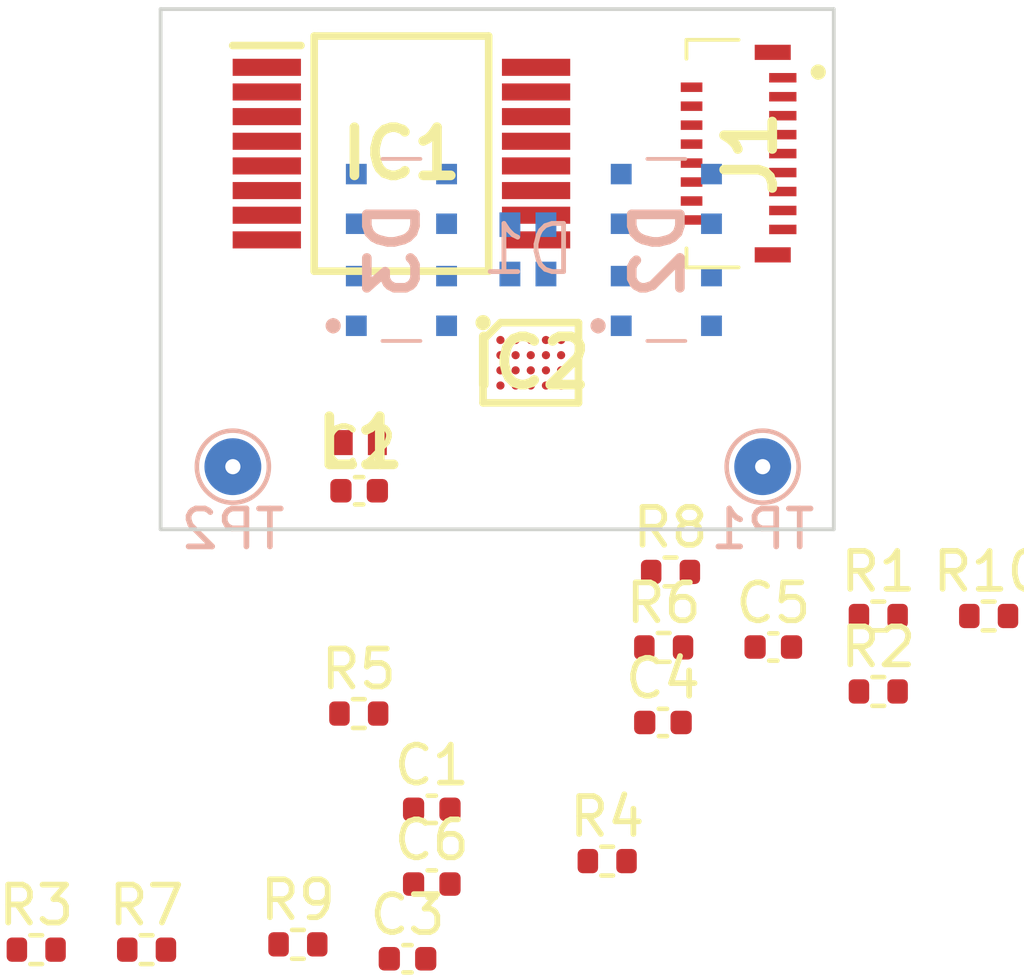
<source format=kicad_pcb>
(kicad_pcb (version 20171130) (host pcbnew "(5.1.8)-1")

  (general
    (thickness 1.6)
    (drawings 4)
    (tracks 2)
    (zones 0)
    (modules 25)
    (nets 32)
  )

  (page A4)
  (layers
    (0 F.Cu signal)
    (1 In1.Cu signal)
    (2 In2.Cu signal)
    (31 B.Cu signal)
    (32 B.Adhes user)
    (33 F.Adhes user)
    (34 B.Paste user)
    (35 F.Paste user)
    (36 B.SilkS user hide)
    (37 F.SilkS user hide)
    (38 B.Mask user)
    (39 F.Mask user)
    (40 Dwgs.User user)
    (41 Cmts.User user)
    (42 Eco1.User user)
    (43 Eco2.User user)
    (44 Edge.Cuts user)
    (45 Margin user hide)
    (46 B.CrtYd user hide)
    (47 F.CrtYd user hide)
    (48 B.Fab user hide)
    (49 F.Fab user hide)
  )

  (setup
    (last_trace_width 0.25)
    (trace_clearance 0.2)
    (zone_clearance 0.508)
    (zone_45_only no)
    (trace_min 0.2)
    (via_size 0.8)
    (via_drill 0.4)
    (via_min_size 0.4)
    (via_min_drill 0.3)
    (uvia_size 0.3)
    (uvia_drill 0.1)
    (uvias_allowed no)
    (uvia_min_size 0.2)
    (uvia_min_drill 0.1)
    (edge_width 0.05)
    (segment_width 0.2)
    (pcb_text_width 0.3)
    (pcb_text_size 1.5 1.5)
    (mod_edge_width 0.12)
    (mod_text_size 1 1)
    (mod_text_width 0.15)
    (pad_size 1.524 1.524)
    (pad_drill 0.762)
    (pad_to_mask_clearance 0)
    (aux_axis_origin 0 0)
    (visible_elements 7FFFFFFF)
    (pcbplotparams
      (layerselection 0x010fc_ffffffff)
      (usegerberextensions false)
      (usegerberattributes true)
      (usegerberadvancedattributes true)
      (creategerberjobfile true)
      (excludeedgelayer true)
      (linewidth 0.100000)
      (plotframeref false)
      (viasonmask false)
      (mode 1)
      (useauxorigin false)
      (hpglpennumber 1)
      (hpglpenspeed 20)
      (hpglpendiameter 15.000000)
      (psnegative false)
      (psa4output false)
      (plotreference true)
      (plotvalue true)
      (plotinvisibletext false)
      (padsonsilk false)
      (subtractmaskfromsilk false)
      (outputformat 1)
      (mirror false)
      (drillshape 1)
      (scaleselection 1)
      (outputdirectory ""))
  )

  (net 0 "")
  (net 1 GNDREF)
  (net 2 +3V3)
  (net 3 "Net-(C2-Pad1)")
  (net 4 "Net-(C3-Pad1)")
  (net 5 +1V8)
  (net 6 GNDS)
  (net 7 "Net-(D2-Pad1)")
  (net 8 "Net-(IC1-Pad1)")
  (net 9 "Net-(IC1-Pad2)")
  (net 10 "Net-(IC1-Pad3)")
  (net 11 "Net-(IC1-Pad4)")
  (net 12 "Net-(IC1-Pad6)")
  (net 13 "Net-(IC1-Pad7)")
  (net 14 "Net-(IC1-Pad8)")
  (net 15 /SDA)
  (net 16 /SCL)
  (net 17 /SCLK)
  (net 18 /SDO)
  (net 19 /SDI)
  (net 20 /CSB)
  (net 21 /INT)
  (net 22 "Net-(IC2-PadB3)")
  (net 23 "Net-(IC2-PadB4)")
  (net 24 "Net-(D1-Pad2)")
  (net 25 "Net-(D1-Pad3)")
  (net 26 "Net-(D1-Pad4)")
  (net 27 "Net-(D3-Pad1)")
  (net 28 "Net-(C4-Pad1)")
  (net 29 "Net-(J1-Pad11)")
  (net 30 "Net-(J1-Pad13)")
  (net 31 "Net-(C2-Pad2)")

  (net_class Default "This is the default net class."
    (clearance 0.2)
    (trace_width 0.25)
    (via_dia 0.8)
    (via_drill 0.4)
    (uvia_dia 0.3)
    (uvia_drill 0.1)
    (add_net +1V8)
    (add_net +3V3)
    (add_net /CSB)
    (add_net /INT)
    (add_net /SCL)
    (add_net /SCLK)
    (add_net /SDA)
    (add_net /SDI)
    (add_net /SDO)
    (add_net GNDREF)
    (add_net GNDS)
    (add_net "Net-(C2-Pad1)")
    (add_net "Net-(C2-Pad2)")
    (add_net "Net-(C3-Pad1)")
    (add_net "Net-(C4-Pad1)")
    (add_net "Net-(D1-Pad2)")
    (add_net "Net-(D1-Pad3)")
    (add_net "Net-(D1-Pad4)")
    (add_net "Net-(D2-Pad1)")
    (add_net "Net-(D3-Pad1)")
    (add_net "Net-(IC1-Pad1)")
    (add_net "Net-(IC1-Pad2)")
    (add_net "Net-(IC1-Pad3)")
    (add_net "Net-(IC1-Pad4)")
    (add_net "Net-(IC1-Pad6)")
    (add_net "Net-(IC1-Pad7)")
    (add_net "Net-(IC1-Pad8)")
    (add_net "Net-(IC2-PadB3)")
    (add_net "Net-(IC2-PadB4)")
    (add_net "Net-(J1-Pad11)")
    (add_net "Net-(J1-Pad13)")
  )

  (module Resistor_SMD:R_0402_1005Metric (layer F.Cu) (tedit 5F68FEEE) (tstamp 5FFF49AC)
    (at 153.278 87.122)
    (descr "Resistor SMD 0402 (1005 Metric), square (rectangular) end terminal, IPC_7351 nominal, (Body size source: IPC-SM-782 page 72, https://www.pcb-3d.com/wordpress/wp-content/uploads/ipc-sm-782a_amendment_1_and_2.pdf), generated with kicad-footprint-generator")
    (tags resistor)
    (path /600A0533)
    (attr smd)
    (fp_text reference R10 (at 0 -1.17) (layer F.SilkS)
      (effects (font (size 1 1) (thickness 0.15)))
    )
    (fp_text value 0 (at 0 1.17) (layer F.Fab)
      (effects (font (size 1 1) (thickness 0.15)))
    )
    (fp_line (start 0.93 0.47) (end -0.93 0.47) (layer F.CrtYd) (width 0.05))
    (fp_line (start 0.93 -0.47) (end 0.93 0.47) (layer F.CrtYd) (width 0.05))
    (fp_line (start -0.93 -0.47) (end 0.93 -0.47) (layer F.CrtYd) (width 0.05))
    (fp_line (start -0.93 0.47) (end -0.93 -0.47) (layer F.CrtYd) (width 0.05))
    (fp_line (start -0.153641 0.38) (end 0.153641 0.38) (layer F.SilkS) (width 0.12))
    (fp_line (start -0.153641 -0.38) (end 0.153641 -0.38) (layer F.SilkS) (width 0.12))
    (fp_line (start 0.525 0.27) (end -0.525 0.27) (layer F.Fab) (width 0.1))
    (fp_line (start 0.525 -0.27) (end 0.525 0.27) (layer F.Fab) (width 0.1))
    (fp_line (start -0.525 -0.27) (end 0.525 -0.27) (layer F.Fab) (width 0.1))
    (fp_line (start -0.525 0.27) (end -0.525 -0.27) (layer F.Fab) (width 0.1))
    (fp_text user %R (at 0 0) (layer F.Fab)
      (effects (font (size 0.26 0.26) (thickness 0.04)))
    )
    (pad 2 smd roundrect (at 0.51 0) (size 0.54 0.64) (layers F.Cu F.Paste F.Mask) (roundrect_rratio 0.25)
      (net 2 +3V3))
    (pad 1 smd roundrect (at -0.51 0) (size 0.54 0.64) (layers F.Cu F.Paste F.Mask) (roundrect_rratio 0.25)
      (net 28 "Net-(C4-Pad1)"))
    (model ${KISYS3DMOD}/Resistor_SMD.3dshapes/R_0402_1005Metric.wrl
      (at (xyz 0 0 0))
      (scale (xyz 1 1 1))
      (rotate (xyz 0 0 0))
    )
  )

  (module Resistor_SMD:R_0402_1005Metric (layer F.Cu) (tedit 5F68FEEE) (tstamp 5FFF491B)
    (at 150.368 89.112)
    (descr "Resistor SMD 0402 (1005 Metric), square (rectangular) end terminal, IPC_7351 nominal, (Body size source: IPC-SM-782 page 72, https://www.pcb-3d.com/wordpress/wp-content/uploads/ipc-sm-782a_amendment_1_and_2.pdf), generated with kicad-footprint-generator")
    (tags resistor)
    (path /6004B6CE)
    (attr smd)
    (fp_text reference R2 (at 0 -1.17) (layer F.SilkS)
      (effects (font (size 1 1) (thickness 0.15)))
    )
    (fp_text value 0 (at 0 1.17) (layer F.Fab)
      (effects (font (size 1 1) (thickness 0.15)))
    )
    (fp_line (start 0.93 0.47) (end -0.93 0.47) (layer F.CrtYd) (width 0.05))
    (fp_line (start 0.93 -0.47) (end 0.93 0.47) (layer F.CrtYd) (width 0.05))
    (fp_line (start -0.93 -0.47) (end 0.93 -0.47) (layer F.CrtYd) (width 0.05))
    (fp_line (start -0.93 0.47) (end -0.93 -0.47) (layer F.CrtYd) (width 0.05))
    (fp_line (start -0.153641 0.38) (end 0.153641 0.38) (layer F.SilkS) (width 0.12))
    (fp_line (start -0.153641 -0.38) (end 0.153641 -0.38) (layer F.SilkS) (width 0.12))
    (fp_line (start 0.525 0.27) (end -0.525 0.27) (layer F.Fab) (width 0.1))
    (fp_line (start 0.525 -0.27) (end 0.525 0.27) (layer F.Fab) (width 0.1))
    (fp_line (start -0.525 -0.27) (end 0.525 -0.27) (layer F.Fab) (width 0.1))
    (fp_line (start -0.525 0.27) (end -0.525 -0.27) (layer F.Fab) (width 0.1))
    (fp_text user %R (at 0 0) (layer F.Fab)
      (effects (font (size 0.26 0.26) (thickness 0.04)))
    )
    (pad 2 smd roundrect (at 0.51 0) (size 0.54 0.64) (layers F.Cu F.Paste F.Mask) (roundrect_rratio 0.25)
      (net 5 +1V8))
    (pad 1 smd roundrect (at -0.51 0) (size 0.54 0.64) (layers F.Cu F.Paste F.Mask) (roundrect_rratio 0.25)
      (net 29 "Net-(J1-Pad11)"))
    (model ${KISYS3DMOD}/Resistor_SMD.3dshapes/R_0402_1005Metric.wrl
      (at (xyz 0 0 0))
      (scale (xyz 1 1 1))
      (rotate (xyz 0 0 0))
    )
  )

  (module Resistor_SMD:R_0402_1005Metric (layer F.Cu) (tedit 5F68FEEE) (tstamp 5FFF490A)
    (at 150.368 87.122)
    (descr "Resistor SMD 0402 (1005 Metric), square (rectangular) end terminal, IPC_7351 nominal, (Body size source: IPC-SM-782 page 72, https://www.pcb-3d.com/wordpress/wp-content/uploads/ipc-sm-782a_amendment_1_and_2.pdf), generated with kicad-footprint-generator")
    (tags resistor)
    (path /6004118C)
    (attr smd)
    (fp_text reference R1 (at 0 -1.17) (layer F.SilkS)
      (effects (font (size 1 1) (thickness 0.15)))
    )
    (fp_text value 0 (at 0 1.17) (layer F.Fab)
      (effects (font (size 1 1) (thickness 0.15)))
    )
    (fp_line (start 0.93 0.47) (end -0.93 0.47) (layer F.CrtYd) (width 0.05))
    (fp_line (start 0.93 -0.47) (end 0.93 0.47) (layer F.CrtYd) (width 0.05))
    (fp_line (start -0.93 -0.47) (end 0.93 -0.47) (layer F.CrtYd) (width 0.05))
    (fp_line (start -0.93 0.47) (end -0.93 -0.47) (layer F.CrtYd) (width 0.05))
    (fp_line (start -0.153641 0.38) (end 0.153641 0.38) (layer F.SilkS) (width 0.12))
    (fp_line (start -0.153641 -0.38) (end 0.153641 -0.38) (layer F.SilkS) (width 0.12))
    (fp_line (start 0.525 0.27) (end -0.525 0.27) (layer F.Fab) (width 0.1))
    (fp_line (start 0.525 -0.27) (end 0.525 0.27) (layer F.Fab) (width 0.1))
    (fp_line (start -0.525 -0.27) (end 0.525 -0.27) (layer F.Fab) (width 0.1))
    (fp_line (start -0.525 0.27) (end -0.525 -0.27) (layer F.Fab) (width 0.1))
    (fp_text user %R (at 0 0) (layer F.Fab)
      (effects (font (size 0.26 0.26) (thickness 0.04)))
    )
    (pad 2 smd roundrect (at 0.51 0) (size 0.54 0.64) (layers F.Cu F.Paste F.Mask) (roundrect_rratio 0.25)
      (net 2 +3V3))
    (pad 1 smd roundrect (at -0.51 0) (size 0.54 0.64) (layers F.Cu F.Paste F.Mask) (roundrect_rratio 0.25)
      (net 30 "Net-(J1-Pad13)"))
    (model ${KISYS3DMOD}/Resistor_SMD.3dshapes/R_0402_1005Metric.wrl
      (at (xyz 0 0 0))
      (scale (xyz 1 1 1))
      (rotate (xyz 0 0 0))
    )
  )

  (module Horace:LQW15DN100M00D (layer F.Cu) (tedit 0) (tstamp 603FE282)
    (at 136.71 82.55)
    (descr "0402 (1005) T=0.6±0.1mm")
    (tags Inductor)
    (path /5FFBBE91)
    (attr smd)
    (fp_text reference L1 (at 0 0) (layer F.SilkS)
      (effects (font (size 1.27 1.27) (thickness 0.254)))
    )
    (fp_text value LQW15DN150M00D (at 0 0) (layer F.SilkS) hide
      (effects (font (size 1.27 1.27) (thickness 0.254)))
    )
    (fp_line (start -0.55 0.325) (end -0.55 -0.325) (layer F.Fab) (width 0.1))
    (fp_line (start 0.55 0.325) (end -0.55 0.325) (layer F.Fab) (width 0.1))
    (fp_line (start 0.55 -0.325) (end 0.55 0.325) (layer F.Fab) (width 0.1))
    (fp_line (start -0.55 -0.325) (end 0.55 -0.325) (layer F.Fab) (width 0.1))
    (fp_line (start -1.2 0.65) (end -1.2 -0.65) (layer F.CrtYd) (width 0.05))
    (fp_line (start 1.2 0.65) (end -1.2 0.65) (layer F.CrtYd) (width 0.05))
    (fp_line (start 1.2 -0.65) (end 1.2 0.65) (layer F.CrtYd) (width 0.05))
    (fp_line (start -1.2 -0.65) (end 1.2 -0.65) (layer F.CrtYd) (width 0.05))
    (fp_text user %R (at 0 0) (layer F.Fab)
      (effects (font (size 1.27 1.27) (thickness 0.254)))
    )
    (pad 2 smd rect (at 0.45 0) (size 0.5 0.66) (layers F.Cu F.Paste F.Mask)
      (net 31 "Net-(C2-Pad2)"))
    (pad 1 smd rect (at -0.45 0) (size 0.5 0.66) (layers F.Cu F.Paste F.Mask)
      (net 12 "Net-(IC1-Pad6)"))
    (model ${KIPRJMOD}/../lib/horace.3dshapes/LQW15DN150M00D.step
      (at (xyz 0 0 0))
      (scale (xyz 1 1 1))
      (rotate (xyz -90 0 0))
    )
  )

  (module Resistor_SMD:R_0402_1005Metric (layer F.Cu) (tedit 5F68FEEE) (tstamp 5FFD7FC5)
    (at 136.67036 89.694841)
    (descr "Resistor SMD 0402 (1005 Metric), square (rectangular) end terminal, IPC_7351 nominal, (Body size source: IPC-SM-782 page 72, https://www.pcb-3d.com/wordpress/wp-content/uploads/ipc-sm-782a_amendment_1_and_2.pdf), generated with kicad-footprint-generator")
    (tags resistor)
    (path /6009C5FC)
    (attr smd)
    (fp_text reference R5 (at 0 -1.17) (layer F.SilkS)
      (effects (font (size 1 1) (thickness 0.15)))
    )
    (fp_text value 0 (at 0 1.17) (layer F.Fab)
      (effects (font (size 1 1) (thickness 0.15)))
    )
    (fp_line (start 0.93 0.47) (end -0.93 0.47) (layer F.CrtYd) (width 0.05))
    (fp_line (start 0.93 -0.47) (end 0.93 0.47) (layer F.CrtYd) (width 0.05))
    (fp_line (start -0.93 -0.47) (end 0.93 -0.47) (layer F.CrtYd) (width 0.05))
    (fp_line (start -0.93 0.47) (end -0.93 -0.47) (layer F.CrtYd) (width 0.05))
    (fp_line (start -0.153641 0.38) (end 0.153641 0.38) (layer F.SilkS) (width 0.12))
    (fp_line (start -0.153641 -0.38) (end 0.153641 -0.38) (layer F.SilkS) (width 0.12))
    (fp_line (start 0.525 0.27) (end -0.525 0.27) (layer F.Fab) (width 0.1))
    (fp_line (start 0.525 -0.27) (end 0.525 0.27) (layer F.Fab) (width 0.1))
    (fp_line (start -0.525 -0.27) (end 0.525 -0.27) (layer F.Fab) (width 0.1))
    (fp_line (start -0.525 0.27) (end -0.525 -0.27) (layer F.Fab) (width 0.1))
    (fp_text user %R (at 0 0) (layer F.Fab)
      (effects (font (size 0.26 0.26) (thickness 0.04)))
    )
    (pad 2 smd roundrect (at 0.51 0) (size 0.54 0.64) (layers F.Cu F.Paste F.Mask) (roundrect_rratio 0.25)
      (net 1 GNDREF))
    (pad 1 smd roundrect (at -0.51 0) (size 0.54 0.64) (layers F.Cu F.Paste F.Mask) (roundrect_rratio 0.25)
      (net 6 GNDS))
    (model ${KISYS3DMOD}/Resistor_SMD.3dshapes/R_0402_1005Metric.wrl
      (at (xyz 0 0 0))
      (scale (xyz 1 1 1))
      (rotate (xyz 0 0 0))
    )
  )

  (module Horace:KRTB-EILQ51.3A (layer B.Cu) (tedit 5FFD5F2C) (tstamp 5FFD7E92)
    (at 141.13256 77.45984)
    (descr KRTB-EILQ51.3A)
    (tags LED)
    (path /5FFD3432)
    (attr smd)
    (fp_text reference D1 (at 0 0) (layer B.SilkS)
      (effects (font (size 1.27 1.27) (thickness 0.127)) (justify mirror))
    )
    (fp_text value KRTB-EILQ51.3A (at 0 0) (layer B.SilkS) hide
      (effects (font (size 1.27 1.27) (thickness 0.127)) (justify mirror))
    )
    (fp_line (start -0.80264 -0.80264) (end 0.80264 -0.80264) (layer B.Fab) (width 0.12))
    (fp_line (start -0.80264 0.80264) (end -0.80264 -0.80264) (layer B.Fab) (width 0.12))
    (fp_line (start 0.80264 -0.80264) (end 0.80264 0.80264) (layer B.Fab) (width 0.12))
    (fp_line (start -0.80264 0.80264) (end 0.80264 0.80264) (layer B.Fab) (width 0.1))
    (pad 1 smd rect (at -0.47752 -0.65532) (size 0.55 0.65) (layers B.Cu B.Paste B.Mask)
      (net 28 "Net-(C4-Pad1)"))
    (pad 2 smd rect (at 0.47244 -0.65532) (size 0.55 0.65) (layers B.Cu B.Paste B.Mask)
      (net 24 "Net-(D1-Pad2)"))
    (pad 3 smd rect (at 0.47244 0.64516) (size 0.55 0.65) (layers B.Cu B.Paste B.Mask)
      (net 25 "Net-(D1-Pad3)"))
    (pad 4 smd rect (at -0.47752 0.64516) (size 0.55 0.65) (layers B.Cu B.Paste B.Mask)
      (net 26 "Net-(D1-Pad4)"))
    (model ${KIPRJMOD}/../lib/horace.3dshapes/KRTB-EILQ51.3A.step
      (at (xyz 0 0 0))
      (scale (xyz 1 1 1))
      (rotate (xyz 0 0 0))
    )
  )

  (module Capacitor_SMD:C_0402_1005Metric (layer F.Cu) (tedit 5F68FEEE) (tstamp 5FFA9137)
    (at 138.595001 92.220001)
    (descr "Capacitor SMD 0402 (1005 Metric), square (rectangular) end terminal, IPC_7351 nominal, (Body size source: IPC-SM-782 page 76, https://www.pcb-3d.com/wordpress/wp-content/uploads/ipc-sm-782a_amendment_1_and_2.pdf), generated with kicad-footprint-generator")
    (tags capacitor)
    (path /6003CC67)
    (attr smd)
    (fp_text reference C1 (at 0 -1.16) (layer F.SilkS)
      (effects (font (size 1 1) (thickness 0.15)))
    )
    (fp_text value 10uF (at 0 1.16) (layer F.Fab)
      (effects (font (size 1 1) (thickness 0.15)))
    )
    (fp_line (start -0.5 0.25) (end -0.5 -0.25) (layer F.Fab) (width 0.1))
    (fp_line (start -0.5 -0.25) (end 0.5 -0.25) (layer F.Fab) (width 0.1))
    (fp_line (start 0.5 -0.25) (end 0.5 0.25) (layer F.Fab) (width 0.1))
    (fp_line (start 0.5 0.25) (end -0.5 0.25) (layer F.Fab) (width 0.1))
    (fp_line (start -0.107836 -0.36) (end 0.107836 -0.36) (layer F.SilkS) (width 0.12))
    (fp_line (start -0.107836 0.36) (end 0.107836 0.36) (layer F.SilkS) (width 0.12))
    (fp_line (start -0.91 0.46) (end -0.91 -0.46) (layer F.CrtYd) (width 0.05))
    (fp_line (start -0.91 -0.46) (end 0.91 -0.46) (layer F.CrtYd) (width 0.05))
    (fp_line (start 0.91 -0.46) (end 0.91 0.46) (layer F.CrtYd) (width 0.05))
    (fp_line (start 0.91 0.46) (end -0.91 0.46) (layer F.CrtYd) (width 0.05))
    (fp_text user %R (at 0 0) (layer F.Fab)
      (effects (font (size 0.25 0.25) (thickness 0.04)))
    )
    (pad 2 smd roundrect (at 0.48 0) (size 0.56 0.62) (layers F.Cu F.Paste F.Mask) (roundrect_rratio 0.25)
      (net 1 GNDREF))
    (pad 1 smd roundrect (at -0.48 0) (size 0.56 0.62) (layers F.Cu F.Paste F.Mask) (roundrect_rratio 0.25)
      (net 2 +3V3))
    (model ${KISYS3DMOD}/Capacitor_SMD.3dshapes/C_0402_1005Metric.wrl
      (at (xyz 0 0 0))
      (scale (xyz 1 1 1))
      (rotate (xyz 0 0 0))
    )
  )

  (module Capacitor_SMD:C_0402_1005Metric (layer F.Cu) (tedit 5F68FEEE) (tstamp 5FFA9148)
    (at 137.955001 96.160001)
    (descr "Capacitor SMD 0402 (1005 Metric), square (rectangular) end terminal, IPC_7351 nominal, (Body size source: IPC-SM-782 page 76, https://www.pcb-3d.com/wordpress/wp-content/uploads/ipc-sm-782a_amendment_1_and_2.pdf), generated with kicad-footprint-generator")
    (tags capacitor)
    (path /5FE9E2A4)
    (attr smd)
    (fp_text reference C3 (at 0 -1.16) (layer F.SilkS)
      (effects (font (size 1 1) (thickness 0.15)))
    )
    (fp_text value 1uF (at 0 1.16) (layer F.Fab)
      (effects (font (size 1 1) (thickness 0.15)))
    )
    (fp_line (start -0.5 0.25) (end -0.5 -0.25) (layer F.Fab) (width 0.1))
    (fp_line (start -0.5 -0.25) (end 0.5 -0.25) (layer F.Fab) (width 0.1))
    (fp_line (start 0.5 -0.25) (end 0.5 0.25) (layer F.Fab) (width 0.1))
    (fp_line (start 0.5 0.25) (end -0.5 0.25) (layer F.Fab) (width 0.1))
    (fp_line (start -0.107836 -0.36) (end 0.107836 -0.36) (layer F.SilkS) (width 0.12))
    (fp_line (start -0.107836 0.36) (end 0.107836 0.36) (layer F.SilkS) (width 0.12))
    (fp_line (start -0.91 0.46) (end -0.91 -0.46) (layer F.CrtYd) (width 0.05))
    (fp_line (start -0.91 -0.46) (end 0.91 -0.46) (layer F.CrtYd) (width 0.05))
    (fp_line (start 0.91 -0.46) (end 0.91 0.46) (layer F.CrtYd) (width 0.05))
    (fp_line (start 0.91 0.46) (end -0.91 0.46) (layer F.CrtYd) (width 0.05))
    (fp_text user %R (at 0 0) (layer F.Fab)
      (effects (font (size 0.25 0.25) (thickness 0.04)))
    )
    (pad 2 smd roundrect (at 0.48 0) (size 0.56 0.62) (layers F.Cu F.Paste F.Mask) (roundrect_rratio 0.25)
      (net 1 GNDREF))
    (pad 1 smd roundrect (at -0.48 0) (size 0.56 0.62) (layers F.Cu F.Paste F.Mask) (roundrect_rratio 0.25)
      (net 4 "Net-(C3-Pad1)"))
    (model ${KISYS3DMOD}/Capacitor_SMD.3dshapes/C_0402_1005Metric.wrl
      (at (xyz 0 0 0))
      (scale (xyz 1 1 1))
      (rotate (xyz 0 0 0))
    )
  )

  (module Capacitor_SMD:C_0402_1005Metric (layer F.Cu) (tedit 5F68FEEE) (tstamp 5FFA9159)
    (at 136.68 83.82)
    (descr "Capacitor SMD 0402 (1005 Metric), square (rectangular) end terminal, IPC_7351 nominal, (Body size source: IPC-SM-782 page 76, https://www.pcb-3d.com/wordpress/wp-content/uploads/ipc-sm-782a_amendment_1_and_2.pdf), generated with kicad-footprint-generator")
    (tags capacitor)
    (path /6002A88D)
    (attr smd)
    (fp_text reference C2 (at 0 -1.16) (layer F.SilkS)
      (effects (font (size 1 1) (thickness 0.15)))
    )
    (fp_text value 10pF (at 0 1.16) (layer F.Fab)
      (effects (font (size 1 1) (thickness 0.15)))
    )
    (fp_line (start 0.91 0.46) (end -0.91 0.46) (layer F.CrtYd) (width 0.05))
    (fp_line (start 0.91 -0.46) (end 0.91 0.46) (layer F.CrtYd) (width 0.05))
    (fp_line (start -0.91 -0.46) (end 0.91 -0.46) (layer F.CrtYd) (width 0.05))
    (fp_line (start -0.91 0.46) (end -0.91 -0.46) (layer F.CrtYd) (width 0.05))
    (fp_line (start -0.107836 0.36) (end 0.107836 0.36) (layer F.SilkS) (width 0.12))
    (fp_line (start -0.107836 -0.36) (end 0.107836 -0.36) (layer F.SilkS) (width 0.12))
    (fp_line (start 0.5 0.25) (end -0.5 0.25) (layer F.Fab) (width 0.1))
    (fp_line (start 0.5 -0.25) (end 0.5 0.25) (layer F.Fab) (width 0.1))
    (fp_line (start -0.5 -0.25) (end 0.5 -0.25) (layer F.Fab) (width 0.1))
    (fp_line (start -0.5 0.25) (end -0.5 -0.25) (layer F.Fab) (width 0.1))
    (fp_text user %R (at 0 0) (layer F.Fab)
      (effects (font (size 0.25 0.25) (thickness 0.04)))
    )
    (pad 1 smd roundrect (at -0.48 0) (size 0.56 0.62) (layers F.Cu F.Paste F.Mask) (roundrect_rratio 0.25)
      (net 3 "Net-(C2-Pad1)"))
    (pad 2 smd roundrect (at 0.48 0) (size 0.56 0.62) (layers F.Cu F.Paste F.Mask) (roundrect_rratio 0.25)
      (net 31 "Net-(C2-Pad2)"))
    (model ${KISYS3DMOD}/Capacitor_SMD.3dshapes/C_0402_1005Metric.wrl
      (at (xyz 0 0 0))
      (scale (xyz 1 1 1))
      (rotate (xyz 0 0 0))
    )
  )

  (module Capacitor_SMD:C_0402_1005Metric (layer F.Cu) (tedit 5F68FEEE) (tstamp 603FE207)
    (at 144.690001 89.930001)
    (descr "Capacitor SMD 0402 (1005 Metric), square (rectangular) end terminal, IPC_7351 nominal, (Body size source: IPC-SM-782 page 76, https://www.pcb-3d.com/wordpress/wp-content/uploads/ipc-sm-782a_amendment_1_and_2.pdf), generated with kicad-footprint-generator")
    (tags capacitor)
    (path /5FE92BA5)
    (attr smd)
    (fp_text reference C4 (at 0 -1.16) (layer F.SilkS)
      (effects (font (size 1 1) (thickness 0.15)))
    )
    (fp_text value 22uF (at 0 1.16) (layer F.Fab)
      (effects (font (size 1 1) (thickness 0.15)))
    )
    (fp_line (start 0.91 0.46) (end -0.91 0.46) (layer F.CrtYd) (width 0.05))
    (fp_line (start 0.91 -0.46) (end 0.91 0.46) (layer F.CrtYd) (width 0.05))
    (fp_line (start -0.91 -0.46) (end 0.91 -0.46) (layer F.CrtYd) (width 0.05))
    (fp_line (start -0.91 0.46) (end -0.91 -0.46) (layer F.CrtYd) (width 0.05))
    (fp_line (start -0.107836 0.36) (end 0.107836 0.36) (layer F.SilkS) (width 0.12))
    (fp_line (start -0.107836 -0.36) (end 0.107836 -0.36) (layer F.SilkS) (width 0.12))
    (fp_line (start 0.5 0.25) (end -0.5 0.25) (layer F.Fab) (width 0.1))
    (fp_line (start 0.5 -0.25) (end 0.5 0.25) (layer F.Fab) (width 0.1))
    (fp_line (start -0.5 -0.25) (end 0.5 -0.25) (layer F.Fab) (width 0.1))
    (fp_line (start -0.5 0.25) (end -0.5 -0.25) (layer F.Fab) (width 0.1))
    (fp_text user %R (at 0 0) (layer F.Fab)
      (effects (font (size 0.25 0.25) (thickness 0.04)))
    )
    (pad 1 smd roundrect (at -0.48 0) (size 0.56 0.62) (layers F.Cu F.Paste F.Mask) (roundrect_rratio 0.25)
      (net 28 "Net-(C4-Pad1)"))
    (pad 2 smd roundrect (at 0.48 0) (size 0.56 0.62) (layers F.Cu F.Paste F.Mask) (roundrect_rratio 0.25)
      (net 1 GNDREF))
    (model ${KISYS3DMOD}/Capacitor_SMD.3dshapes/C_0402_1005Metric.wrl
      (at (xyz 0 0 0))
      (scale (xyz 1 1 1))
      (rotate (xyz 0 0 0))
    )
  )

  (module Capacitor_SMD:C_0402_1005Metric (layer F.Cu) (tedit 5F68FEEE) (tstamp 603FE237)
    (at 147.600001 87.940001)
    (descr "Capacitor SMD 0402 (1005 Metric), square (rectangular) end terminal, IPC_7351 nominal, (Body size source: IPC-SM-782 page 76, https://www.pcb-3d.com/wordpress/wp-content/uploads/ipc-sm-782a_amendment_1_and_2.pdf), generated with kicad-footprint-generator")
    (tags capacitor)
    (path /5FEDFE7E)
    (attr smd)
    (fp_text reference C5 (at 0 -1.16) (layer F.SilkS)
      (effects (font (size 1 1) (thickness 0.15)))
    )
    (fp_text value 0.1uF (at 0 1.16) (layer F.Fab)
      (effects (font (size 1 1) (thickness 0.15)))
    )
    (fp_line (start -0.5 0.25) (end -0.5 -0.25) (layer F.Fab) (width 0.1))
    (fp_line (start -0.5 -0.25) (end 0.5 -0.25) (layer F.Fab) (width 0.1))
    (fp_line (start 0.5 -0.25) (end 0.5 0.25) (layer F.Fab) (width 0.1))
    (fp_line (start 0.5 0.25) (end -0.5 0.25) (layer F.Fab) (width 0.1))
    (fp_line (start -0.107836 -0.36) (end 0.107836 -0.36) (layer F.SilkS) (width 0.12))
    (fp_line (start -0.107836 0.36) (end 0.107836 0.36) (layer F.SilkS) (width 0.12))
    (fp_line (start -0.91 0.46) (end -0.91 -0.46) (layer F.CrtYd) (width 0.05))
    (fp_line (start -0.91 -0.46) (end 0.91 -0.46) (layer F.CrtYd) (width 0.05))
    (fp_line (start 0.91 -0.46) (end 0.91 0.46) (layer F.CrtYd) (width 0.05))
    (fp_line (start 0.91 0.46) (end -0.91 0.46) (layer F.CrtYd) (width 0.05))
    (fp_text user %R (at 0 0) (layer F.Fab)
      (effects (font (size 0.25 0.25) (thickness 0.04)))
    )
    (pad 2 smd roundrect (at 0.48 0) (size 0.56 0.62) (layers F.Cu F.Paste F.Mask) (roundrect_rratio 0.25)
      (net 1 GNDREF))
    (pad 1 smd roundrect (at -0.48 0) (size 0.56 0.62) (layers F.Cu F.Paste F.Mask) (roundrect_rratio 0.25)
      (net 5 +1V8))
    (model ${KISYS3DMOD}/Capacitor_SMD.3dshapes/C_0402_1005Metric.wrl
      (at (xyz 0 0 0))
      (scale (xyz 1 1 1))
      (rotate (xyz 0 0 0))
    )
  )

  (module Capacitor_SMD:C_0402_1005Metric (layer F.Cu) (tedit 5F68FEEE) (tstamp 5FFA918C)
    (at 138.595001 94.190001)
    (descr "Capacitor SMD 0402 (1005 Metric), square (rectangular) end terminal, IPC_7351 nominal, (Body size source: IPC-SM-782 page 76, https://www.pcb-3d.com/wordpress/wp-content/uploads/ipc-sm-782a_amendment_1_and_2.pdf), generated with kicad-footprint-generator")
    (tags capacitor)
    (path /5FE74C6F)
    (attr smd)
    (fp_text reference C6 (at 0 -1.16) (layer F.SilkS)
      (effects (font (size 1 1) (thickness 0.15)))
    )
    (fp_text value 10uF (at 0 1.16) (layer F.Fab)
      (effects (font (size 1 1) (thickness 0.15)))
    )
    (fp_line (start 0.91 0.46) (end -0.91 0.46) (layer F.CrtYd) (width 0.05))
    (fp_line (start 0.91 -0.46) (end 0.91 0.46) (layer F.CrtYd) (width 0.05))
    (fp_line (start -0.91 -0.46) (end 0.91 -0.46) (layer F.CrtYd) (width 0.05))
    (fp_line (start -0.91 0.46) (end -0.91 -0.46) (layer F.CrtYd) (width 0.05))
    (fp_line (start -0.107836 0.36) (end 0.107836 0.36) (layer F.SilkS) (width 0.12))
    (fp_line (start -0.107836 -0.36) (end 0.107836 -0.36) (layer F.SilkS) (width 0.12))
    (fp_line (start 0.5 0.25) (end -0.5 0.25) (layer F.Fab) (width 0.1))
    (fp_line (start 0.5 -0.25) (end 0.5 0.25) (layer F.Fab) (width 0.1))
    (fp_line (start -0.5 -0.25) (end 0.5 -0.25) (layer F.Fab) (width 0.1))
    (fp_line (start -0.5 0.25) (end -0.5 -0.25) (layer F.Fab) (width 0.1))
    (fp_text user %R (at 0 0) (layer F.Fab)
      (effects (font (size 0.25 0.25) (thickness 0.04)))
    )
    (pad 1 smd roundrect (at -0.48 0) (size 0.56 0.62) (layers F.Cu F.Paste F.Mask) (roundrect_rratio 0.25)
      (net 5 +1V8))
    (pad 2 smd roundrect (at 0.48 0) (size 0.56 0.62) (layers F.Cu F.Paste F.Mask) (roundrect_rratio 0.25)
      (net 1 GNDREF))
    (model ${KISYS3DMOD}/Capacitor_SMD.3dshapes/C_0402_1005Metric.wrl
      (at (xyz 0 0 0))
      (scale (xyz 1 1 1))
      (rotate (xyz 0 0 0))
    )
  )

  (module VEMD8080 (layer B.Cu) (tedit 0) (tstamp 5FFA91A7)
    (at 144.78 77.47 90)
    (descr VEMD8080-2)
    (tags Diode)
    (path /5FFB4888)
    (attr smd)
    (fp_text reference D2 (at 0 -0.217 90) (layer B.SilkS)
      (effects (font (size 1.27 1.27) (thickness 0.254)) (justify mirror))
    )
    (fp_text value VEMD8080 (at 0 -0.217 90) (layer B.SilkS) hide
      (effects (font (size 1.27 1.27) (thickness 0.254)) (justify mirror))
    )
    (fp_line (start -1.9 -1.8) (end -1.9 -1.8) (layer B.SilkS) (width 0.2))
    (fp_line (start -2.1 -1.8) (end -2.1 -1.8) (layer B.SilkS) (width 0.2))
    (fp_line (start 2.4 0.5) (end 2.4 -0.5) (layer B.SilkS) (width 0.1))
    (fp_line (start -2.4 0.5) (end -2.4 -0.5) (layer B.SilkS) (width 0.1))
    (fp_line (start -2.9 -2.4) (end -2.9 1.965) (layer B.CrtYd) (width 0.1))
    (fp_line (start 2.9 -2.4) (end -2.9 -2.4) (layer B.CrtYd) (width 0.1))
    (fp_line (start 2.9 1.965) (end 2.9 -2.4) (layer B.CrtYd) (width 0.1))
    (fp_line (start -2.9 1.965) (end 2.9 1.965) (layer B.CrtYd) (width 0.1))
    (fp_line (start -2.4 -1.25) (end -2.4 1.25) (layer B.Fab) (width 0.2))
    (fp_line (start 2.4 -1.25) (end -2.4 -1.25) (layer B.Fab) (width 0.2))
    (fp_line (start 2.4 1.25) (end 2.4 -1.25) (layer B.Fab) (width 0.2))
    (fp_line (start -2.4 1.25) (end 2.4 1.25) (layer B.Fab) (width 0.2))
    (fp_text user %R (at 0 -0.217 90) (layer B.Fab)
      (effects (font (size 1.27 1.27) (thickness 0.254)) (justify mirror))
    )
    (fp_arc (start -2 -1.8) (end -2.1 -1.8) (angle -180) (layer B.SilkS) (width 0.2))
    (fp_arc (start -2 -1.8) (end -1.9 -1.8) (angle -180) (layer B.SilkS) (width 0.2))
    (pad 1 smd rect (at -2 -1.19 90) (size 0.54 0.55) (layers B.Cu B.Paste B.Mask)
      (net 7 "Net-(D2-Pad1)"))
    (pad 2 smd rect (at -0.69 -1.19 90) (size 0.54 0.55) (layers B.Cu B.Paste B.Mask)
      (net 7 "Net-(D2-Pad1)"))
    (pad 3 smd rect (at 0.69 -1.19 90) (size 0.54 0.55) (layers B.Cu B.Paste B.Mask)
      (net 7 "Net-(D2-Pad1)"))
    (pad 4 smd rect (at 2 -1.19 90) (size 0.54 0.55) (layers B.Cu B.Paste B.Mask)
      (net 7 "Net-(D2-Pad1)"))
    (pad 5 smd rect (at 2 1.19 90) (size 0.54 0.55) (layers B.Cu B.Paste B.Mask)
      (net 6 GNDS))
    (pad 6 smd rect (at 0.69 1.19 90) (size 0.54 0.55) (layers B.Cu B.Paste B.Mask)
      (net 7 "Net-(D2-Pad1)"))
    (pad 7 smd rect (at -0.69 1.19 90) (size 0.54 0.55) (layers B.Cu B.Paste B.Mask)
      (net 7 "Net-(D2-Pad1)"))
    (pad 8 smd rect (at -2 1.19 90) (size 0.54 0.55) (layers B.Cu B.Paste B.Mask)
      (net 7 "Net-(D2-Pad1)"))
    (model ${KIPRJMOD}/../lib/horace.3dshapes/VEMD8080.stp
      (at (xyz 0 0 0))
      (scale (xyz 1 1 1))
      (rotate (xyz 0 0 0))
    )
  )

  (module VEMD8080 (layer B.Cu) (tedit 0) (tstamp 5FFA91C2)
    (at 137.795 77.47 90)
    (descr VEMD8080-2)
    (tags Diode)
    (path /600593BC)
    (attr smd)
    (fp_text reference D3 (at 0 -0.217 90) (layer B.SilkS)
      (effects (font (size 1.27 1.27) (thickness 0.254)) (justify mirror))
    )
    (fp_text value VEMD8080 (at 0 -0.217 90) (layer B.SilkS) hide
      (effects (font (size 1.27 1.27) (thickness 0.254)) (justify mirror))
    )
    (fp_line (start -2.4 1.25) (end 2.4 1.25) (layer B.Fab) (width 0.2))
    (fp_line (start 2.4 1.25) (end 2.4 -1.25) (layer B.Fab) (width 0.2))
    (fp_line (start 2.4 -1.25) (end -2.4 -1.25) (layer B.Fab) (width 0.2))
    (fp_line (start -2.4 -1.25) (end -2.4 1.25) (layer B.Fab) (width 0.2))
    (fp_line (start -2.9 1.965) (end 2.9 1.965) (layer B.CrtYd) (width 0.1))
    (fp_line (start 2.9 1.965) (end 2.9 -2.4) (layer B.CrtYd) (width 0.1))
    (fp_line (start 2.9 -2.4) (end -2.9 -2.4) (layer B.CrtYd) (width 0.1))
    (fp_line (start -2.9 -2.4) (end -2.9 1.965) (layer B.CrtYd) (width 0.1))
    (fp_line (start -2.4 0.5) (end -2.4 -0.5) (layer B.SilkS) (width 0.1))
    (fp_line (start 2.4 0.5) (end 2.4 -0.5) (layer B.SilkS) (width 0.1))
    (fp_line (start -2.1 -1.8) (end -2.1 -1.8) (layer B.SilkS) (width 0.2))
    (fp_line (start -1.9 -1.8) (end -1.9 -1.8) (layer B.SilkS) (width 0.2))
    (fp_arc (start -2 -1.8) (end -1.9 -1.8) (angle -180) (layer B.SilkS) (width 0.2))
    (fp_arc (start -2 -1.8) (end -2.1 -1.8) (angle -180) (layer B.SilkS) (width 0.2))
    (fp_text user %R (at 0 -0.217 90) (layer B.Fab)
      (effects (font (size 1.27 1.27) (thickness 0.254)) (justify mirror))
    )
    (pad 8 smd rect (at -2 1.19 90) (size 0.54 0.55) (layers B.Cu B.Paste B.Mask)
      (net 27 "Net-(D3-Pad1)"))
    (pad 7 smd rect (at -0.69 1.19 90) (size 0.54 0.55) (layers B.Cu B.Paste B.Mask)
      (net 27 "Net-(D3-Pad1)"))
    (pad 6 smd rect (at 0.69 1.19 90) (size 0.54 0.55) (layers B.Cu B.Paste B.Mask)
      (net 27 "Net-(D3-Pad1)"))
    (pad 5 smd rect (at 2 1.19 90) (size 0.54 0.55) (layers B.Cu B.Paste B.Mask)
      (net 6 GNDS))
    (pad 4 smd rect (at 2 -1.19 90) (size 0.54 0.55) (layers B.Cu B.Paste B.Mask)
      (net 27 "Net-(D3-Pad1)"))
    (pad 3 smd rect (at 0.69 -1.19 90) (size 0.54 0.55) (layers B.Cu B.Paste B.Mask)
      (net 27 "Net-(D3-Pad1)"))
    (pad 2 smd rect (at -0.69 -1.19 90) (size 0.54 0.55) (layers B.Cu B.Paste B.Mask)
      (net 27 "Net-(D3-Pad1)"))
    (pad 1 smd rect (at -2 -1.19 90) (size 0.54 0.55) (layers B.Cu B.Paste B.Mask)
      (net 27 "Net-(D3-Pad1)"))
    (model ${KIPRJMOD}/../lib/horace.3dshapes/VEMD8080.stp
      (at (xyz 0 0 0))
      (scale (xyz 1 1 1))
      (rotate (xyz 0 0 0))
    )
  )

  (module SOP65P780X200-16N (layer F.Cu) (tedit 0) (tstamp 5FFA91E5)
    (at 137.795 74.93)
    (descr RS-16)
    (tags "Integrated Circuit")
    (path /5FFAD783)
    (attr smd)
    (fp_text reference IC1 (at 0 0) (layer F.SilkS)
      (effects (font (size 1.27 1.27) (thickness 0.254)))
    )
    (fp_text value AD5933YRSZ (at 0 0) (layer F.SilkS) hide
      (effects (font (size 1.27 1.27) (thickness 0.254)))
    )
    (fp_line (start -4.45 -2.85) (end -2.65 -2.85) (layer F.SilkS) (width 0.2))
    (fp_line (start -2.3 3.1) (end -2.3 -3.1) (layer F.SilkS) (width 0.2))
    (fp_line (start 2.3 3.1) (end -2.3 3.1) (layer F.SilkS) (width 0.2))
    (fp_line (start 2.3 -3.1) (end 2.3 3.1) (layer F.SilkS) (width 0.2))
    (fp_line (start -2.3 -3.1) (end 2.3 -3.1) (layer F.SilkS) (width 0.2))
    (fp_line (start -2.65 -2.45) (end -2 -3.1) (layer F.Fab) (width 0.1))
    (fp_line (start -2.65 3.1) (end -2.65 -3.1) (layer F.Fab) (width 0.1))
    (fp_line (start 2.65 3.1) (end -2.65 3.1) (layer F.Fab) (width 0.1))
    (fp_line (start 2.65 -3.1) (end 2.65 3.1) (layer F.Fab) (width 0.1))
    (fp_line (start -2.65 -3.1) (end 2.65 -3.1) (layer F.Fab) (width 0.1))
    (fp_line (start -4.7 3.5) (end -4.7 -3.5) (layer F.CrtYd) (width 0.05))
    (fp_line (start 4.7 3.5) (end -4.7 3.5) (layer F.CrtYd) (width 0.05))
    (fp_line (start 4.7 -3.5) (end 4.7 3.5) (layer F.CrtYd) (width 0.05))
    (fp_line (start -4.7 -3.5) (end 4.7 -3.5) (layer F.CrtYd) (width 0.05))
    (fp_text user %R (at 0 0) (layer F.Fab)
      (effects (font (size 1.27 1.27) (thickness 0.254)))
    )
    (pad 1 smd rect (at -3.55 -2.275 90) (size 0.45 1.8) (layers F.Cu F.Paste F.Mask)
      (net 8 "Net-(IC1-Pad1)"))
    (pad 2 smd rect (at -3.55 -1.625 90) (size 0.45 1.8) (layers F.Cu F.Paste F.Mask)
      (net 9 "Net-(IC1-Pad2)"))
    (pad 3 smd rect (at -3.55 -0.975 90) (size 0.45 1.8) (layers F.Cu F.Paste F.Mask)
      (net 10 "Net-(IC1-Pad3)"))
    (pad 4 smd rect (at -3.55 -0.325 90) (size 0.45 1.8) (layers F.Cu F.Paste F.Mask)
      (net 11 "Net-(IC1-Pad4)"))
    (pad 5 smd rect (at -3.55 0.325 90) (size 0.45 1.8) (layers F.Cu F.Paste F.Mask)
      (net 3 "Net-(C2-Pad1)"))
    (pad 6 smd rect (at -3.55 0.975 90) (size 0.45 1.8) (layers F.Cu F.Paste F.Mask)
      (net 12 "Net-(IC1-Pad6)"))
    (pad 7 smd rect (at -3.55 1.625 90) (size 0.45 1.8) (layers F.Cu F.Paste F.Mask)
      (net 13 "Net-(IC1-Pad7)"))
    (pad 8 smd rect (at -3.55 2.275 90) (size 0.45 1.8) (layers F.Cu F.Paste F.Mask)
      (net 14 "Net-(IC1-Pad8)"))
    (pad 9 smd rect (at 3.55 2.275 90) (size 0.45 1.8) (layers F.Cu F.Paste F.Mask)
      (net 2 +3V3))
    (pad 10 smd rect (at 3.55 1.625 90) (size 0.45 1.8) (layers F.Cu F.Paste F.Mask)
      (net 2 +3V3))
    (pad 11 smd rect (at 3.55 0.975 90) (size 0.45 1.8) (layers F.Cu F.Paste F.Mask)
      (net 2 +3V3))
    (pad 12 smd rect (at 3.55 0.325 90) (size 0.45 1.8) (layers F.Cu F.Paste F.Mask)
      (net 1 GNDREF))
    (pad 13 smd rect (at 3.55 -0.325 90) (size 0.45 1.8) (layers F.Cu F.Paste F.Mask)
      (net 1 GNDREF))
    (pad 14 smd rect (at 3.55 -0.975 90) (size 0.45 1.8) (layers F.Cu F.Paste F.Mask)
      (net 1 GNDREF))
    (pad 15 smd rect (at 3.55 -1.625 90) (size 0.45 1.8) (layers F.Cu F.Paste F.Mask)
      (net 15 /SDA))
    (pad 16 smd rect (at 3.55 -2.275 90) (size 0.45 1.8) (layers F.Cu F.Paste F.Mask)
      (net 16 /SCL))
    (model ${KIPRJMOD}/../lib/horace.3dshapes/AD5933YRSZ.stp
      (at (xyz 0 0 0))
      (scale (xyz 1 1 1))
      (rotate (xyz 0 0 0))
    )
  )

  (module BGA20C40P5X4_205X185X50 (layer F.Cu) (tedit 0) (tstamp 5FFA920D)
    (at 141.205 80.445)
    (descr "THIN WLP PKG. 0.4 mm PITCH,N201A2+1")
    (tags "Integrated Circuit")
    (path /60178257)
    (attr smd)
    (fp_text reference IC2 (at 0 0) (layer F.SilkS)
      (effects (font (size 1.27 1.27) (thickness 0.254)))
    )
    (fp_text value MAX86141ENP+ (at 0 0) (layer F.SilkS) hide
      (effects (font (size 1.27 1.27) (thickness 0.254)))
    )
    (fp_circle (center -1.258 -1.058) (end -1.258 -0.958) (layer F.SilkS) (width 0.2))
    (fp_line (start -1.258 -0.6) (end -0.8 -1.058) (layer F.SilkS) (width 0.2))
    (fp_line (start -1.258 1.058) (end -1.258 -0.6) (layer F.SilkS) (width 0.2))
    (fp_line (start 1.258 1.058) (end -1.258 1.058) (layer F.SilkS) (width 0.2))
    (fp_line (start 1.258 -1.058) (end 1.258 1.058) (layer F.SilkS) (width 0.2))
    (fp_line (start -0.8 -1.058) (end 1.258 -1.058) (layer F.SilkS) (width 0.2))
    (fp_line (start -1.024 -0.456) (end -0.556 -0.924) (layer F.Fab) (width 0.1))
    (fp_line (start -1.024 0.924) (end -1.024 -0.924) (layer F.Fab) (width 0.1))
    (fp_line (start 1.024 0.924) (end -1.024 0.924) (layer F.Fab) (width 0.1))
    (fp_line (start 1.024 -0.924) (end 1.024 0.924) (layer F.Fab) (width 0.1))
    (fp_line (start -1.024 -0.924) (end 1.024 -0.924) (layer F.Fab) (width 0.1))
    (fp_line (start -2.036 1.937) (end -2.036 -1.936) (layer F.CrtYd) (width 0.05))
    (fp_line (start 2.037 1.937) (end -2.036 1.937) (layer F.CrtYd) (width 0.05))
    (fp_line (start 2.037 -1.936) (end 2.037 1.937) (layer F.CrtYd) (width 0.05))
    (fp_line (start -2.036 -1.936) (end 2.037 -1.936) (layer F.CrtYd) (width 0.05))
    (fp_text user %R (at 0 0) (layer F.Fab)
      (effects (font (size 1.27 1.27) (thickness 0.254)))
    )
    (pad A1 smd circle (at -0.8 -0.6 90) (size 0.216 0.216) (layers F.Cu F.Paste F.Mask)
      (net 2 +3V3))
    (pad A2 smd circle (at -0.4 -0.6 90) (size 0.216 0.216) (layers F.Cu F.Paste F.Mask)
      (net 17 /SCLK))
    (pad A3 smd circle (at 0 -0.6 90) (size 0.216 0.216) (layers F.Cu F.Paste F.Mask)
      (net 18 /SDO))
    (pad A4 smd circle (at 0.4 -0.6 90) (size 0.216 0.216) (layers F.Cu F.Paste F.Mask)
      (net 19 /SDI))
    (pad A5 smd circle (at 0.8 -0.6 90) (size 0.216 0.216) (layers F.Cu F.Paste F.Mask)
      (net 20 /CSB))
    (pad B1 smd circle (at -0.8 -0.2 90) (size 0.216 0.216) (layers F.Cu F.Paste F.Mask)
      (net 26 "Net-(D1-Pad4)"))
    (pad B2 smd circle (at -0.4 -0.2 90) (size 0.216 0.216) (layers F.Cu F.Paste F.Mask)
      (net 21 /INT))
    (pad B3 smd circle (at 0 -0.2 90) (size 0.216 0.216) (layers F.Cu F.Paste F.Mask)
      (net 22 "Net-(IC2-PadB3)"))
    (pad B4 smd circle (at 0.4 -0.2 90) (size 0.216 0.216) (layers F.Cu F.Paste F.Mask)
      (net 23 "Net-(IC2-PadB4)"))
    (pad B5 smd circle (at 0.8 -0.2 90) (size 0.216 0.216) (layers F.Cu F.Paste F.Mask)
      (net 4 "Net-(C3-Pad1)"))
    (pad C1 smd circle (at -0.8 0.2 90) (size 0.216 0.216) (layers F.Cu F.Paste F.Mask)
      (net 25 "Net-(D1-Pad3)"))
    (pad C2 smd circle (at -0.4 0.2 90) (size 0.216 0.216) (layers F.Cu F.Paste F.Mask)
      (net 5 +1V8))
    (pad C3 smd circle (at 0 0.2 90) (size 0.216 0.216) (layers F.Cu F.Paste F.Mask)
      (net 1 GNDREF))
    (pad C4 smd circle (at 0.4 0.2 90) (size 0.216 0.216) (layers F.Cu F.Paste F.Mask)
      (net 1 GNDREF))
    (pad C5 smd circle (at 0.8 0.2 90) (size 0.216 0.216) (layers F.Cu F.Paste F.Mask)
      (net 6 GNDS))
    (pad D1 smd circle (at -0.8 0.6 90) (size 0.216 0.216) (layers F.Cu F.Paste F.Mask)
      (net 24 "Net-(D1-Pad2)"))
    (pad D2 smd circle (at -0.4 0.6 90) (size 0.216 0.216) (layers F.Cu F.Paste F.Mask)
      (net 5 +1V8))
    (pad D3 smd circle (at 0 0.6 90) (size 0.216 0.216) (layers F.Cu F.Paste F.Mask)
      (net 6 GNDS))
    (pad D4 smd circle (at 0.4 0.6 90) (size 0.216 0.216) (layers F.Cu F.Paste F.Mask)
      (net 27 "Net-(D3-Pad1)"))
    (pad D5 smd circle (at 0.8 0.6 90) (size 0.216 0.216) (layers F.Cu F.Paste F.Mask)
      (net 7 "Net-(D2-Pad1)"))
    (model ${KIPRJMOD}/../lib/horace.3dshapes/MAX86141ENP+.stp
      (at (xyz 0 0 0))
      (scale (xyz 1 1 1))
      (rotate (xyz 0 0 0))
    )
  )

  (module 5020781710 (layer F.Cu) (tedit 0) (tstamp 5FFA9235)
    (at 146.685 74.93 90)
    (descr 502078-1710-1)
    (tags Connector)
    (path /5FF9DFE7)
    (attr smd)
    (fp_text reference J1 (at 0 0.313 90) (layer F.SilkS)
      (effects (font (size 1.27 1.27) (thickness 0.254)))
    )
    (fp_text value 502078-1710 (at 0 0.313 90) (layer F.SilkS) hide
      (effects (font (size 1.27 1.27) (thickness 0.254)))
    )
    (fp_line (start 2.2 2.1) (end 2.2 2.1) (layer F.SilkS) (width 0.3))
    (fp_line (start 2.1 2.1) (end 2.1 2.1) (layer F.SilkS) (width 0.3))
    (fp_line (start 3 -1.375) (end 3 0) (layer F.SilkS) (width 0.1))
    (fp_line (start 2.5 -1.375) (end 3 -1.375) (layer F.SilkS) (width 0.1))
    (fp_line (start -3 -1.375) (end -3 0) (layer F.SilkS) (width 0.1))
    (fp_line (start -2.5 -1.375) (end -3 -1.375) (layer F.SilkS) (width 0.1))
    (fp_line (start -4 3.15) (end -4 -2.525) (layer F.CrtYd) (width 0.1))
    (fp_line (start 4 3.15) (end -4 3.15) (layer F.CrtYd) (width 0.1))
    (fp_line (start 4 -2.525) (end 4 3.15) (layer F.CrtYd) (width 0.1))
    (fp_line (start -4 -2.525) (end 4 -2.525) (layer F.CrtYd) (width 0.1))
    (fp_line (start -3 1.375) (end -3 -1.375) (layer F.Fab) (width 0.2))
    (fp_line (start 3 1.375) (end -3 1.375) (layer F.Fab) (width 0.2))
    (fp_line (start 3 -1.375) (end 3 1.375) (layer F.Fab) (width 0.2))
    (fp_line (start -3 -1.375) (end 3 -1.375) (layer F.Fab) (width 0.2))
    (fp_text user %R (at 0 0.313 90) (layer F.Fab)
      (effects (font (size 1.27 1.27) (thickness 0.254)))
    )
    (fp_arc (start 2.15 2.1) (end 2.1 2.1) (angle -180) (layer F.SilkS) (width 0.3))
    (fp_arc (start 2.15 2.1) (end 2.2 2.1) (angle -180) (layer F.SilkS) (width 0.3))
    (pad 1 smd rect (at 2 1.165 90) (size 0.25 0.72) (layers F.Cu F.Paste F.Mask)
      (net 16 /SCL))
    (pad 2 smd rect (at 1.75 -1.24 90) (size 0.25 0.57) (layers F.Cu F.Paste F.Mask)
      (net 1 GNDREF))
    (pad 3 smd rect (at 1.5 1.165 90) (size 0.25 0.72) (layers F.Cu F.Paste F.Mask)
      (net 15 /SDA))
    (pad 4 smd rect (at 1.25 -1.24 90) (size 0.25 0.57) (layers F.Cu F.Paste F.Mask)
      (net 1 GNDREF))
    (pad 5 smd rect (at 1 1.165 90) (size 0.25 0.72) (layers F.Cu F.Paste F.Mask)
      (net 1 GNDREF))
    (pad 6 smd rect (at 0.75 -1.24 90) (size 0.25 0.57) (layers F.Cu F.Paste F.Mask)
      (net 1 GNDREF))
    (pad 7 smd rect (at 0.5 1.165 90) (size 0.25 0.72) (layers F.Cu F.Paste F.Mask)
      (net 1 GNDREF))
    (pad 8 smd rect (at 0.25 -1.24 90) (size 0.25 0.57) (layers F.Cu F.Paste F.Mask)
      (net 21 /INT))
    (pad 9 smd rect (at 0 1.165 90) (size 0.25 0.72) (layers F.Cu F.Paste F.Mask)
      (net 1 GNDREF))
    (pad 10 smd rect (at -0.25 -1.24 90) (size 0.25 0.57) (layers F.Cu F.Paste F.Mask)
      (net 20 /CSB))
    (pad 11 smd rect (at -0.5 1.165 90) (size 0.25 0.72) (layers F.Cu F.Paste F.Mask)
      (net 29 "Net-(J1-Pad11)"))
    (pad 12 smd rect (at -0.75 -1.24 90) (size 0.25 0.57) (layers F.Cu F.Paste F.Mask)
      (net 19 /SDI))
    (pad 13 smd rect (at -1 1.165 90) (size 0.25 0.72) (layers F.Cu F.Paste F.Mask)
      (net 30 "Net-(J1-Pad13)"))
    (pad 14 smd rect (at -1.25 -1.24 90) (size 0.25 0.57) (layers F.Cu F.Paste F.Mask)
      (net 18 /SDO))
    (pad 15 smd rect (at -1.5 1.165 90) (size 0.25 0.72) (layers F.Cu F.Paste F.Mask)
      (net 1 GNDREF))
    (pad 16 smd rect (at -1.75 -1.24 90) (size 0.25 0.57) (layers F.Cu F.Paste F.Mask)
      (net 17 /SCLK))
    (pad 17 smd rect (at -2 1.165 90) (size 0.25 0.72) (layers F.Cu F.Paste F.Mask)
      (net 1 GNDREF))
    (pad MP1 smd rect (at -2.67 0.9 90) (size 0.4 0.95) (layers F.Cu F.Paste F.Mask)
      (net 1 GNDREF))
    (pad MP2 smd rect (at 2.67 0.9 90) (size 0.4 0.95) (layers F.Cu F.Paste F.Mask)
      (net 1 GNDREF))
    (model ${KIPRJMOD}/../lib/horace.3dshapes/502078-1710.stp
      (at (xyz 0 0 0))
      (scale (xyz 1 1 1))
      (rotate (xyz 0 0 0))
    )
  )

  (module Resistor_SMD:R_0402_1005Metric (layer F.Cu) (tedit 5F68FEEE) (tstamp 5FFA926B)
    (at 128.165001 95.920001)
    (descr "Resistor SMD 0402 (1005 Metric), square (rectangular) end terminal, IPC_7351 nominal, (Body size source: IPC-SM-782 page 72, https://www.pcb-3d.com/wordpress/wp-content/uploads/ipc-sm-782a_amendment_1_and_2.pdf), generated with kicad-footprint-generator")
    (tags resistor)
    (path /5FFDCB14)
    (attr smd)
    (fp_text reference R3 (at 0 -1.17) (layer F.SilkS)
      (effects (font (size 1 1) (thickness 0.15)))
    )
    (fp_text value 10k (at 0 1.17) (layer F.Fab)
      (effects (font (size 1 1) (thickness 0.15)))
    )
    (fp_line (start -0.525 0.27) (end -0.525 -0.27) (layer F.Fab) (width 0.1))
    (fp_line (start -0.525 -0.27) (end 0.525 -0.27) (layer F.Fab) (width 0.1))
    (fp_line (start 0.525 -0.27) (end 0.525 0.27) (layer F.Fab) (width 0.1))
    (fp_line (start 0.525 0.27) (end -0.525 0.27) (layer F.Fab) (width 0.1))
    (fp_line (start -0.153641 -0.38) (end 0.153641 -0.38) (layer F.SilkS) (width 0.12))
    (fp_line (start -0.153641 0.38) (end 0.153641 0.38) (layer F.SilkS) (width 0.12))
    (fp_line (start -0.93 0.47) (end -0.93 -0.47) (layer F.CrtYd) (width 0.05))
    (fp_line (start -0.93 -0.47) (end 0.93 -0.47) (layer F.CrtYd) (width 0.05))
    (fp_line (start 0.93 -0.47) (end 0.93 0.47) (layer F.CrtYd) (width 0.05))
    (fp_line (start 0.93 0.47) (end -0.93 0.47) (layer F.CrtYd) (width 0.05))
    (fp_text user %R (at 0 0) (layer F.Fab)
      (effects (font (size 0.26 0.26) (thickness 0.04)))
    )
    (pad 2 smd roundrect (at 0.51 0) (size 0.54 0.64) (layers F.Cu F.Paste F.Mask) (roundrect_rratio 0.25)
      (net 16 /SCL))
    (pad 1 smd roundrect (at -0.51 0) (size 0.54 0.64) (layers F.Cu F.Paste F.Mask) (roundrect_rratio 0.25)
      (net 2 +3V3))
    (model ${KISYS3DMOD}/Resistor_SMD.3dshapes/R_0402_1005Metric.wrl
      (at (xyz 0 0 0))
      (scale (xyz 1 1 1))
      (rotate (xyz 0 0 0))
    )
  )

  (module Resistor_SMD:R_0402_1005Metric (layer F.Cu) (tedit 5F68FEEE) (tstamp 5FFA927C)
    (at 143.220001 93.585001)
    (descr "Resistor SMD 0402 (1005 Metric), square (rectangular) end terminal, IPC_7351 nominal, (Body size source: IPC-SM-782 page 72, https://www.pcb-3d.com/wordpress/wp-content/uploads/ipc-sm-782a_amendment_1_and_2.pdf), generated with kicad-footprint-generator")
    (tags resistor)
    (path /5FFE0EE1)
    (attr smd)
    (fp_text reference R4 (at 0 -1.17) (layer F.SilkS)
      (effects (font (size 1 1) (thickness 0.15)))
    )
    (fp_text value 10k (at 0 1.17) (layer F.Fab)
      (effects (font (size 1 1) (thickness 0.15)))
    )
    (fp_line (start 0.93 0.47) (end -0.93 0.47) (layer F.CrtYd) (width 0.05))
    (fp_line (start 0.93 -0.47) (end 0.93 0.47) (layer F.CrtYd) (width 0.05))
    (fp_line (start -0.93 -0.47) (end 0.93 -0.47) (layer F.CrtYd) (width 0.05))
    (fp_line (start -0.93 0.47) (end -0.93 -0.47) (layer F.CrtYd) (width 0.05))
    (fp_line (start -0.153641 0.38) (end 0.153641 0.38) (layer F.SilkS) (width 0.12))
    (fp_line (start -0.153641 -0.38) (end 0.153641 -0.38) (layer F.SilkS) (width 0.12))
    (fp_line (start 0.525 0.27) (end -0.525 0.27) (layer F.Fab) (width 0.1))
    (fp_line (start 0.525 -0.27) (end 0.525 0.27) (layer F.Fab) (width 0.1))
    (fp_line (start -0.525 -0.27) (end 0.525 -0.27) (layer F.Fab) (width 0.1))
    (fp_line (start -0.525 0.27) (end -0.525 -0.27) (layer F.Fab) (width 0.1))
    (fp_text user %R (at 0 0) (layer F.Fab)
      (effects (font (size 0.26 0.26) (thickness 0.04)))
    )
    (pad 1 smd roundrect (at -0.51 0) (size 0.54 0.64) (layers F.Cu F.Paste F.Mask) (roundrect_rratio 0.25)
      (net 2 +3V3))
    (pad 2 smd roundrect (at 0.51 0) (size 0.54 0.64) (layers F.Cu F.Paste F.Mask) (roundrect_rratio 0.25)
      (net 15 /SDA))
    (model ${KISYS3DMOD}/Resistor_SMD.3dshapes/R_0402_1005Metric.wrl
      (at (xyz 0 0 0))
      (scale (xyz 1 1 1))
      (rotate (xyz 0 0 0))
    )
  )

  (module Resistor_SMD:R_0402_1005Metric (layer F.Cu) (tedit 5F68FEEE) (tstamp 5FFA928D)
    (at 131.075001 95.920001)
    (descr "Resistor SMD 0402 (1005 Metric), square (rectangular) end terminal, IPC_7351 nominal, (Body size source: IPC-SM-782 page 72, https://www.pcb-3d.com/wordpress/wp-content/uploads/ipc-sm-782a_amendment_1_and_2.pdf), generated with kicad-footprint-generator")
    (tags resistor)
    (path /5FEA19E0)
    (attr smd)
    (fp_text reference R7 (at 0 -1.17) (layer F.SilkS)
      (effects (font (size 1 1) (thickness 0.15)))
    )
    (fp_text value 1k (at 0 1.17) (layer F.Fab)
      (effects (font (size 1 1) (thickness 0.15)))
    )
    (fp_line (start -0.525 0.27) (end -0.525 -0.27) (layer F.Fab) (width 0.1))
    (fp_line (start -0.525 -0.27) (end 0.525 -0.27) (layer F.Fab) (width 0.1))
    (fp_line (start 0.525 -0.27) (end 0.525 0.27) (layer F.Fab) (width 0.1))
    (fp_line (start 0.525 0.27) (end -0.525 0.27) (layer F.Fab) (width 0.1))
    (fp_line (start -0.153641 -0.38) (end 0.153641 -0.38) (layer F.SilkS) (width 0.12))
    (fp_line (start -0.153641 0.38) (end 0.153641 0.38) (layer F.SilkS) (width 0.12))
    (fp_line (start -0.93 0.47) (end -0.93 -0.47) (layer F.CrtYd) (width 0.05))
    (fp_line (start -0.93 -0.47) (end 0.93 -0.47) (layer F.CrtYd) (width 0.05))
    (fp_line (start 0.93 -0.47) (end 0.93 0.47) (layer F.CrtYd) (width 0.05))
    (fp_line (start 0.93 0.47) (end -0.93 0.47) (layer F.CrtYd) (width 0.05))
    (fp_text user %R (at 0 0) (layer F.Fab)
      (effects (font (size 0.26 0.26) (thickness 0.04)))
    )
    (pad 2 smd roundrect (at 0.51 0) (size 0.54 0.64) (layers F.Cu F.Paste F.Mask) (roundrect_rratio 0.25)
      (net 21 /INT))
    (pad 1 smd roundrect (at -0.51 0) (size 0.54 0.64) (layers F.Cu F.Paste F.Mask) (roundrect_rratio 0.25)
      (net 5 +1V8))
    (model ${KISYS3DMOD}/Resistor_SMD.3dshapes/R_0402_1005Metric.wrl
      (at (xyz 0 0 0))
      (scale (xyz 1 1 1))
      (rotate (xyz 0 0 0))
    )
  )

  (module Resistor_SMD:R_0402_1005Metric (layer F.Cu) (tedit 5F68FEEE) (tstamp 603FE1A7)
    (at 144.890001 85.960001)
    (descr "Resistor SMD 0402 (1005 Metric), square (rectangular) end terminal, IPC_7351 nominal, (Body size source: IPC-SM-782 page 72, https://www.pcb-3d.com/wordpress/wp-content/uploads/ipc-sm-782a_amendment_1_and_2.pdf), generated with kicad-footprint-generator")
    (tags resistor)
    (path /5FEEB102)
    (attr smd)
    (fp_text reference R8 (at 0 -1.17) (layer F.SilkS)
      (effects (font (size 1 1) (thickness 0.15)))
    )
    (fp_text value 1k (at 0 1.17) (layer F.Fab)
      (effects (font (size 1 1) (thickness 0.15)))
    )
    (fp_line (start 0.93 0.47) (end -0.93 0.47) (layer F.CrtYd) (width 0.05))
    (fp_line (start 0.93 -0.47) (end 0.93 0.47) (layer F.CrtYd) (width 0.05))
    (fp_line (start -0.93 -0.47) (end 0.93 -0.47) (layer F.CrtYd) (width 0.05))
    (fp_line (start -0.93 0.47) (end -0.93 -0.47) (layer F.CrtYd) (width 0.05))
    (fp_line (start -0.153641 0.38) (end 0.153641 0.38) (layer F.SilkS) (width 0.12))
    (fp_line (start -0.153641 -0.38) (end 0.153641 -0.38) (layer F.SilkS) (width 0.12))
    (fp_line (start 0.525 0.27) (end -0.525 0.27) (layer F.Fab) (width 0.1))
    (fp_line (start 0.525 -0.27) (end 0.525 0.27) (layer F.Fab) (width 0.1))
    (fp_line (start -0.525 -0.27) (end 0.525 -0.27) (layer F.Fab) (width 0.1))
    (fp_line (start -0.525 0.27) (end -0.525 -0.27) (layer F.Fab) (width 0.1))
    (fp_text user %R (at 0 0) (layer F.Fab)
      (effects (font (size 0.26 0.26) (thickness 0.04)))
    )
    (pad 1 smd roundrect (at -0.51 0) (size 0.54 0.64) (layers F.Cu F.Paste F.Mask) (roundrect_rratio 0.25)
      (net 22 "Net-(IC2-PadB3)"))
    (pad 2 smd roundrect (at 0.51 0) (size 0.54 0.64) (layers F.Cu F.Paste F.Mask) (roundrect_rratio 0.25)
      (net 5 +1V8))
    (model ${KISYS3DMOD}/Resistor_SMD.3dshapes/R_0402_1005Metric.wrl
      (at (xyz 0 0 0))
      (scale (xyz 1 1 1))
      (rotate (xyz 0 0 0))
    )
  )

  (module Resistor_SMD:R_0402_1005Metric (layer F.Cu) (tedit 5F68FEEE) (tstamp 5FFA92AF)
    (at 135.065001 95.780001)
    (descr "Resistor SMD 0402 (1005 Metric), square (rectangular) end terminal, IPC_7351 nominal, (Body size source: IPC-SM-782 page 72, https://www.pcb-3d.com/wordpress/wp-content/uploads/ipc-sm-782a_amendment_1_and_2.pdf), generated with kicad-footprint-generator")
    (tags resistor)
    (path /5FEEC142)
    (attr smd)
    (fp_text reference R9 (at 0 -1.17) (layer F.SilkS)
      (effects (font (size 1 1) (thickness 0.15)))
    )
    (fp_text value 1k (at 0 1.17) (layer F.Fab)
      (effects (font (size 1 1) (thickness 0.15)))
    )
    (fp_line (start 0.93 0.47) (end -0.93 0.47) (layer F.CrtYd) (width 0.05))
    (fp_line (start 0.93 -0.47) (end 0.93 0.47) (layer F.CrtYd) (width 0.05))
    (fp_line (start -0.93 -0.47) (end 0.93 -0.47) (layer F.CrtYd) (width 0.05))
    (fp_line (start -0.93 0.47) (end -0.93 -0.47) (layer F.CrtYd) (width 0.05))
    (fp_line (start -0.153641 0.38) (end 0.153641 0.38) (layer F.SilkS) (width 0.12))
    (fp_line (start -0.153641 -0.38) (end 0.153641 -0.38) (layer F.SilkS) (width 0.12))
    (fp_line (start 0.525 0.27) (end -0.525 0.27) (layer F.Fab) (width 0.1))
    (fp_line (start 0.525 -0.27) (end 0.525 0.27) (layer F.Fab) (width 0.1))
    (fp_line (start -0.525 -0.27) (end 0.525 -0.27) (layer F.Fab) (width 0.1))
    (fp_line (start -0.525 0.27) (end -0.525 -0.27) (layer F.Fab) (width 0.1))
    (fp_text user %R (at 0 0) (layer F.Fab)
      (effects (font (size 0.26 0.26) (thickness 0.04)))
    )
    (pad 1 smd roundrect (at -0.51 0) (size 0.54 0.64) (layers F.Cu F.Paste F.Mask) (roundrect_rratio 0.25)
      (net 23 "Net-(IC2-PadB4)"))
    (pad 2 smd roundrect (at 0.51 0) (size 0.54 0.64) (layers F.Cu F.Paste F.Mask) (roundrect_rratio 0.25)
      (net 5 +1V8))
    (model ${KISYS3DMOD}/Resistor_SMD.3dshapes/R_0402_1005Metric.wrl
      (at (xyz 0 0 0))
      (scale (xyz 1 1 1))
      (rotate (xyz 0 0 0))
    )
  )

  (module Resistor_SMD:R_0402_1005Metric (layer F.Cu) (tedit 5F68FEEE) (tstamp 603FE1D7)
    (at 144.710001 87.950001)
    (descr "Resistor SMD 0402 (1005 Metric), square (rectangular) end terminal, IPC_7351 nominal, (Body size source: IPC-SM-782 page 72, https://www.pcb-3d.com/wordpress/wp-content/uploads/ipc-sm-782a_amendment_1_and_2.pdf), generated with kicad-footprint-generator")
    (tags resistor)
    (path /600093C1)
    (attr smd)
    (fp_text reference R6 (at 0 -1.17) (layer F.SilkS)
      (effects (font (size 1 1) (thickness 0.15)))
    )
    (fp_text value 1k (at 0 1.17) (layer F.Fab)
      (effects (font (size 1 1) (thickness 0.15)))
    )
    (fp_line (start -0.525 0.27) (end -0.525 -0.27) (layer F.Fab) (width 0.1))
    (fp_line (start -0.525 -0.27) (end 0.525 -0.27) (layer F.Fab) (width 0.1))
    (fp_line (start 0.525 -0.27) (end 0.525 0.27) (layer F.Fab) (width 0.1))
    (fp_line (start 0.525 0.27) (end -0.525 0.27) (layer F.Fab) (width 0.1))
    (fp_line (start -0.153641 -0.38) (end 0.153641 -0.38) (layer F.SilkS) (width 0.12))
    (fp_line (start -0.153641 0.38) (end 0.153641 0.38) (layer F.SilkS) (width 0.12))
    (fp_line (start -0.93 0.47) (end -0.93 -0.47) (layer F.CrtYd) (width 0.05))
    (fp_line (start -0.93 -0.47) (end 0.93 -0.47) (layer F.CrtYd) (width 0.05))
    (fp_line (start 0.93 -0.47) (end 0.93 0.47) (layer F.CrtYd) (width 0.05))
    (fp_line (start 0.93 0.47) (end -0.93 0.47) (layer F.CrtYd) (width 0.05))
    (fp_text user %R (at 0 0) (layer F.Fab)
      (effects (font (size 0.26 0.26) (thickness 0.04)))
    )
    (pad 2 smd roundrect (at 0.51 0) (size 0.54 0.64) (layers F.Cu F.Paste F.Mask) (roundrect_rratio 0.25)
      (net 11 "Net-(IC1-Pad4)"))
    (pad 1 smd roundrect (at -0.51 0) (size 0.54 0.64) (layers F.Cu F.Paste F.Mask) (roundrect_rratio 0.25)
      (net 3 "Net-(C2-Pad1)"))
    (model ${KISYS3DMOD}/Resistor_SMD.3dshapes/R_0402_1005Metric.wrl
      (at (xyz 0 0 0))
      (scale (xyz 1 1 1))
      (rotate (xyz 0 0 0))
    )
  )

  (module TestPoint:TestPoint_Pad_D1.5mm (layer B.Cu) (tedit 5A0F774F) (tstamp 5FFA92C8)
    (at 147.32 83.185)
    (descr "SMD pad as test Point, diameter 1.5mm")
    (tags "test point SMD pad")
    (path /603606C3)
    (attr virtual)
    (fp_text reference TP1 (at 0 1.648) (layer B.SilkS)
      (effects (font (size 1 1) (thickness 0.15)) (justify mirror))
    )
    (fp_text value TestPoint (at 0 -1.75) (layer B.Fab)
      (effects (font (size 1 1) (thickness 0.15)) (justify mirror))
    )
    (fp_circle (center 0 0) (end 1.25 0) (layer B.CrtYd) (width 0.05))
    (fp_circle (center 0 0) (end 0 -0.95) (layer B.SilkS) (width 0.12))
    (fp_text user %R (at 0 1.65) (layer B.Fab)
      (effects (font (size 1 1) (thickness 0.15)) (justify mirror))
    )
    (pad 1 smd circle (at 0 0) (size 1.5 1.5) (layers B.Cu B.Mask)
      (net 31 "Net-(C2-Pad2)"))
  )

  (module TestPoint:TestPoint_Pad_D1.5mm (layer B.Cu) (tedit 5A0F774F) (tstamp 5FFA92D0)
    (at 133.35 83.185)
    (descr "SMD pad as test Point, diameter 1.5mm")
    (tags "test point SMD pad")
    (path /603615F7)
    (attr virtual)
    (fp_text reference TP2 (at 0 1.648) (layer B.SilkS)
      (effects (font (size 1 1) (thickness 0.15)) (justify mirror))
    )
    (fp_text value TestPoint (at 0 -1.75) (layer B.Fab)
      (effects (font (size 1 1) (thickness 0.15)) (justify mirror))
    )
    (fp_circle (center 0 0) (end 0 -0.95) (layer B.SilkS) (width 0.12))
    (fp_circle (center 0 0) (end 1.25 0) (layer B.CrtYd) (width 0.05))
    (fp_text user %R (at 0 1.65) (layer B.Fab)
      (effects (font (size 1 1) (thickness 0.15)) (justify mirror))
    )
    (pad 1 smd circle (at 0 0) (size 1.5 1.5) (layers B.Cu B.Mask)
      (net 3 "Net-(C2-Pad1)"))
  )

  (gr_line (start 149.194 84.836) (end 131.445 84.836) (layer Edge.Cuts) (width 0.1))
  (gr_line (start 131.445 71.12) (end 149.194 71.12) (layer Edge.Cuts) (width 0.1))
  (gr_line (start 131.445 84.836) (end 131.445 71.12) (layer Edge.Cuts) (width 0.1))
  (gr_line (start 149.194 71.12) (end 149.194 84.836) (layer Edge.Cuts) (width 0.1))

  (via (at 133.35 83.185) (size 0.8) (drill 0.4) (layers F.Cu B.Cu) (net 3))
  (via (at 147.32 83.185) (size 0.8) (drill 0.4) (layers F.Cu B.Cu) (net 31))

)

</source>
